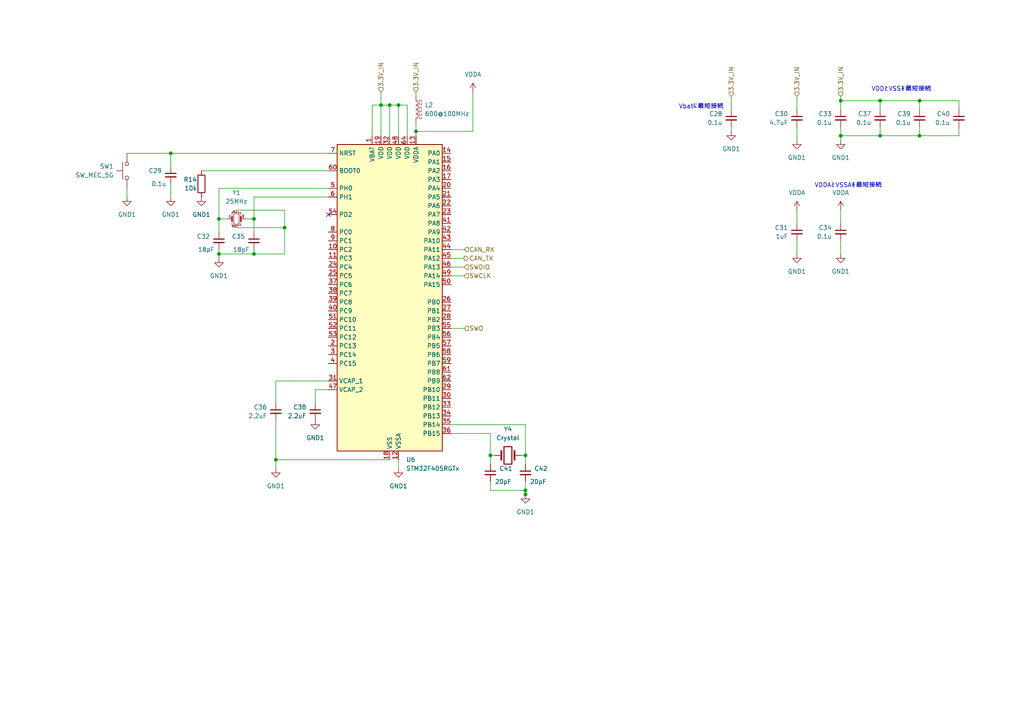
<source format=kicad_sch>
(kicad_sch (version 20230121) (generator eeschema)
  (paper "A4")
  (lib_symbols
    (symbol "Device:C_Small" (pin_numbers hide) (pin_names (offset 0.254) hide)
      (property "Reference" "C" (at 0.254 1.778 0))
      (property "Value" "C_Small" (at 0.254 -2.032 0))
      (symbol "C_Small_0_1"
        (polyline (pts (xy -1.524 -0.508) (xy 1.524 -0.508)) (stroke (width 0.3302)))
        (polyline (pts (xy -1.524 0.508) (xy 1.524 0.508)) (stroke (width 0.3048)))
      )
      (symbol "C_Small_1_1"
        (pin passive line (at 0 2.54 270) (length 2.032) (name "~") (number "1"))
        (pin passive line (at 0 -2.54 90) (length 2.032) (name "~") (number "2"))
      )
    )
    (symbol "Device:Crystal" (pin_numbers hide) (pin_names (offset 1.016) hide)
      (property "Reference" "Y" (at 0 3.81 0))
      (property "Value" "Crystal" (at 0 -3.81 0))
      (symbol "Crystal_0_1"
        (rectangle (start -1.143 2.54) (end 1.143 -2.54) (stroke (width 0.3048)))
        (polyline (pts (xy -2.54 0) (xy -1.905 0)))
        (polyline (pts (xy -1.905 -1.27) (xy -1.905 1.27)) (stroke (width 0.508)))
        (polyline (pts (xy 1.905 -1.27) (xy 1.905 1.27)) (stroke (width 0.508)))
        (polyline (pts (xy 2.54 0) (xy 1.905 0)))
      )
      (symbol "Crystal_1_1"
        (pin passive line (at -3.81 0 0) (length 1.27) (name "1") (number "1"))
        (pin passive line (at 3.81 0 180) (length 1.27) (name "2") (number "2"))
      )
    )
    (symbol "Device:Crystal_GND24_Small" (pin_names (offset 1.016) hide)
      (property "Reference" "Y" (at 1.27 4.445 0))
      (property "Value" "Crystal_GND24_Small" (at 1.27 2.54 0))
      (symbol "Crystal_GND24_Small_0_1"
        (rectangle (start -0.762 -1.524) (end 0.762 1.524))
        (polyline (pts (xy -1.27 -0.762) (xy -1.27 0.762)) (stroke (width 0.381)))
        (polyline (pts (xy 1.27 -0.762) (xy 1.27 0.762)) (stroke (width 0.381)))
        (polyline (pts (xy -1.27 -1.27) (xy -1.27 -1.905) (xy 1.27 -1.905) (xy 1.27 -1.27)))
        (polyline (pts (xy -1.27 1.27) (xy -1.27 1.905) (xy 1.27 1.905) (xy 1.27 1.27)))
      )
      (symbol "Crystal_GND24_Small_1_1"
        (pin passive line (at -2.54 0 0) (length 1.27) (name "1") (number "1"))
        (pin passive line (at 0 -2.54 90) (length 0.635) (name "2") (number "2"))
        (pin passive line (at 2.54 0 180) (length 1.27) (name "3") (number "3"))
        (pin passive line (at 0 2.54 270) (length 0.635) (name "4") (number "4"))
      )
    )
    (symbol "Device:L_Ferrite" (pin_numbers hide) (pin_names (offset 1.016) hide)
      (property "Reference" "L" (at -1.27 0 90))
      (property "Value" "L_Ferrite" (at 2.794 0 90))
      (symbol "L_Ferrite_0_1"
        (arc (start 0 -2.54) (mid 0.6323 -1.905) (end 0 -1.27))
        (arc (start 0 -1.27) (mid 0.6323 -0.635) (end 0 0))
        (polyline (pts (xy 1.016 -2.794) (xy 1.016 -2.286)))
        (polyline (pts (xy 1.016 -1.778) (xy 1.016 -1.27)))
        (polyline (pts (xy 1.016 -0.762) (xy 1.016 -0.254)))
        (polyline (pts (xy 1.016 0.254) (xy 1.016 0.762)))
        (polyline (pts (xy 1.016 1.27) (xy 1.016 1.778)))
        (polyline (pts (xy 1.016 2.286) (xy 1.016 2.794)))
        (polyline (pts (xy 1.524 -2.286) (xy 1.524 -2.794)))
        (polyline (pts (xy 1.524 -1.27) (xy 1.524 -1.778)))
        (polyline (pts (xy 1.524 -0.254) (xy 1.524 -0.762)))
        (polyline (pts (xy 1.524 0.762) (xy 1.524 0.254)))
        (polyline (pts (xy 1.524 1.778) (xy 1.524 1.27)))
        (polyline (pts (xy 1.524 2.794) (xy 1.524 2.286)))
        (arc (start 0 0) (mid 0.6323 0.635) (end 0 1.27))
        (arc (start 0 1.27) (mid 0.6323 1.905) (end 0 2.54))
      )
      (symbol "L_Ferrite_1_1"
        (pin passive line (at 0 3.81 270) (length 1.27) (name "1") (number "1"))
        (pin passive line (at 0 -3.81 90) (length 1.27) (name "2") (number "2"))
      )
    )
    (symbol "Device:R" (pin_numbers hide) (pin_names (offset 0))
      (property "Reference" "R" (at 2.032 0 90))
      (property "Value" "R" (at 0 0 90))
      (symbol "R_0_1"
        (rectangle (start -1.016 -2.54) (end 1.016 2.54) (stroke (width 0.254)))
      )
      (symbol "R_1_1"
        (pin passive line (at 0 3.81 270) (length 1.27) (name "~") (number "1"))
        (pin passive line (at 0 -3.81 90) (length 1.27) (name "~") (number "2"))
      )
    )
    (symbol "MCU_ST_STM32F4:STM32F405RGTx"
      (property "Reference" "U" (at -15.24 46.99 0))
      (property "Value" "STM32F405RGTx" (at 10.16 46.99 0))
      (symbol "STM32F405RGTx_0_1"
        (rectangle (start -15.24 -43.18) (end 15.24 45.72) (stroke (width 0.254)) (fill (type background)))
      )
      (symbol "STM32F405RGTx_1_1"
        (pin power_in line (at -5.08 48.26 270) (length 2.54) (name "VBAT") (number "1"))
        (pin bidirectional line (at -17.78 15.24 0) (length 2.54) (name "PC2") (number "10"))
        (pin bidirectional line (at -17.78 12.7 0) (length 2.54) (name "PC3") (number "11"))
        (pin power_in line (at 2.54 -45.72 90) (length 2.54) (name "VSSA") (number "12"))
        (pin power_in line (at 7.62 48.26 270) (length 2.54) (name "VDDA") (number "13"))
        (pin bidirectional line (at 17.78 43.18 180) (length 2.54) (name "PA0") (number "14"))
        (pin bidirectional line (at 17.78 40.64 180) (length 2.54) (name "PA1") (number "15"))
        (pin bidirectional line (at 17.78 38.1 180) (length 2.54) (name "PA2") (number "16"))
        (pin bidirectional line (at 17.78 35.56 180) (length 2.54) (name "PA3") (number "17"))
        (pin power_in line (at 0 -45.72 90) (length 2.54) (name "VSS") (number "18"))
        (pin power_in line (at -2.54 48.26 270) (length 2.54) (name "VDD") (number "19"))
        (pin bidirectional line (at -17.78 -12.7 0) (length 2.54) (name "PC13") (number "2"))
        (pin bidirectional line (at 17.78 33.02 180) (length 2.54) (name "PA4") (number "20"))
        (pin bidirectional line (at 17.78 30.48 180) (length 2.54) (name "PA5") (number "21"))
        (pin bidirectional line (at 17.78 27.94 180) (length 2.54) (name "PA6") (number "22"))
        (pin bidirectional line (at 17.78 25.4 180) (length 2.54) (name "PA7") (number "23"))
        (pin bidirectional line (at -17.78 10.16 0) (length 2.54) (name "PC4") (number "24"))
        (pin bidirectional line (at -17.78 7.62 0) (length 2.54) (name "PC5") (number "25"))
        (pin bidirectional line (at 17.78 0 180) (length 2.54) (name "PB0") (number "26"))
        (pin bidirectional line (at 17.78 -2.54 180) (length 2.54) (name "PB1") (number "27"))
        (pin bidirectional line (at 17.78 -5.08 180) (length 2.54) (name "PB2") (number "28"))
        (pin bidirectional line (at 17.78 -25.4 180) (length 2.54) (name "PB10") (number "29"))
        (pin bidirectional line (at -17.78 -15.24 0) (length 2.54) (name "PC14") (number "3"))
        (pin bidirectional line (at 17.78 -27.94 180) (length 2.54) (name "PB11") (number "30"))
        (pin power_out line (at -17.78 -22.86 0) (length 2.54) (name "VCAP_1") (number "31"))
        (pin power_in line (at 0 48.26 270) (length 2.54) (name "VDD") (number "32"))
        (pin bidirectional line (at 17.78 -30.48 180) (length 2.54) (name "PB12") (number "33"))
        (pin bidirectional line (at 17.78 -33.02 180) (length 2.54) (name "PB13") (number "34"))
        (pin bidirectional line (at 17.78 -35.56 180) (length 2.54) (name "PB14") (number "35"))
        (pin bidirectional line (at 17.78 -38.1 180) (length 2.54) (name "PB15") (number "36"))
        (pin bidirectional line (at -17.78 5.08 0) (length 2.54) (name "PC6") (number "37"))
        (pin bidirectional line (at -17.78 2.54 0) (length 2.54) (name "PC7") (number "38"))
        (pin bidirectional line (at -17.78 0 0) (length 2.54) (name "PC8") (number "39"))
        (pin bidirectional line (at -17.78 -17.78 0) (length 2.54) (name "PC15") (number "4"))
        (pin bidirectional line (at -17.78 -2.54 0) (length 2.54) (name "PC9") (number "40"))
        (pin bidirectional line (at 17.78 22.86 180) (length 2.54) (name "PA8") (number "41"))
        (pin bidirectional line (at 17.78 20.32 180) (length 2.54) (name "PA9") (number "42"))
        (pin bidirectional line (at 17.78 17.78 180) (length 2.54) (name "PA10") (number "43"))
        (pin bidirectional line (at 17.78 15.24 180) (length 2.54) (name "PA11") (number "44"))
        (pin bidirectional line (at 17.78 12.7 180) (length 2.54) (name "PA12") (number "45"))
        (pin bidirectional line (at 17.78 10.16 180) (length 2.54) (name "PA13") (number "46"))
        (pin power_out line (at -17.78 -25.4 0) (length 2.54) (name "VCAP_2") (number "47"))
        (pin power_in line (at 2.54 48.26 270) (length 2.54) (name "VDD") (number "48"))
        (pin bidirectional line (at 17.78 7.62 180) (length 2.54) (name "PA14") (number "49"))
        (pin bidirectional line (at -17.78 33.02 0) (length 2.54) (name "PH0") (number "5"))
        (pin bidirectional line (at 17.78 5.08 180) (length 2.54) (name "PA15") (number "50"))
        (pin bidirectional line (at -17.78 -5.08 0) (length 2.54) (name "PC10") (number "51"))
        (pin bidirectional line (at -17.78 -7.62 0) (length 2.54) (name "PC11") (number "52"))
        (pin bidirectional line (at -17.78 -10.16 0) (length 2.54) (name "PC12") (number "53"))
        (pin bidirectional line (at -17.78 25.4 0) (length 2.54) (name "PD2") (number "54"))
        (pin bidirectional line (at 17.78 -7.62 180) (length 2.54) (name "PB3") (number "55"))
        (pin bidirectional line (at 17.78 -10.16 180) (length 2.54) (name "PB4") (number "56"))
        (pin bidirectional line (at 17.78 -12.7 180) (length 2.54) (name "PB5") (number "57"))
        (pin bidirectional line (at 17.78 -15.24 180) (length 2.54) (name "PB6") (number "58"))
        (pin bidirectional line (at 17.78 -17.78 180) (length 2.54) (name "PB7") (number "59"))
        (pin bidirectional line (at -17.78 30.48 0) (length 2.54) (name "PH1") (number "6"))
        (pin input line (at -17.78 38.1 0) (length 2.54) (name "BOOT0") (number "60"))
        (pin bidirectional line (at 17.78 -20.32 180) (length 2.54) (name "PB8") (number "61"))
        (pin bidirectional line (at 17.78 -22.86 180) (length 2.54) (name "PB9") (number "62"))
        (pin passive line (at 0 -45.72 90) (length 2.54) hide (name "VSS") (number "63"))
        (pin power_in line (at 5.08 48.26 270) (length 2.54) (name "VDD") (number "64"))
        (pin input line (at -17.78 43.18 0) (length 2.54) (name "NRST") (number "7"))
        (pin bidirectional line (at -17.78 20.32 0) (length 2.54) (name "PC0") (number "8"))
        (pin bidirectional line (at -17.78 17.78 0) (length 2.54) (name "PC1") (number "9"))
      )
    )
    (symbol "Switch:SW_MEC_5G" (pin_numbers hide) (pin_names (offset 1.016) hide)
      (property "Reference" "SW" (at 1.27 2.54 0))
      (property "Value" "SW_MEC_5G" (at 0 -1.524 0))
      (symbol "SW_MEC_5G_0_1"
        (circle (center -2.032 0) (radius 0.508))
        (polyline (pts (xy 0 1.27) (xy 0 3.048)))
        (polyline (pts (xy 2.54 1.27) (xy -2.54 1.27)))
        (circle (center 2.032 0) (radius 0.508))
        (pin passive line (at -5.08 0 0) (length 2.54) (name "A") (number "1"))
        (pin passive line (at 5.08 0 180) (length 2.54) (name "B") (number "3"))
      )
      (symbol "SW_MEC_5G_1_1"
        (pin passive line (at -5.08 0 0) (length 2.54) hide (name "A") (number "2"))
        (pin passive line (at 5.08 0 180) (length 2.54) hide (name "B") (number "4"))
      )
    )
    (symbol "power:GND1" (power) (pin_names (offset 0))
      (property "Value" "GND1" (at 0 -3.81 0))
      (symbol "GND1_0_1"
        (polyline (pts (xy 0 0) (xy 0 -1.27) (xy 1.27 -1.27) (xy 0 -2.54) (xy -1.27 -1.27) (xy 0 -1.27)))
      )
      (symbol "GND1_1_1"
        (pin power_in line (at 0 0 270) (length 0) hide (name "GND1") (number "1"))
      )
    )
    (symbol "power:VDDA" (power) (pin_names (offset 0))
      (property "Value" "VDDA" (at 0 3.81 0))
      (symbol "VDDA_0_1"
        (polyline (pts (xy -0.762 1.27) (xy 0 2.54)))
        (polyline (pts (xy 0 0) (xy 0 2.54)))
        (polyline (pts (xy 0 2.54) (xy 0.762 1.27)))
      )
      (symbol "VDDA_1_1"
        (pin power_in line (at 0 0 90) (length 0) hide (name "VDDA") (number "1"))
      )
    )
  )
  (junction (at 82.55 66.04))
  (junction (at 152.4 142.24))
  (junction (at 113.03 30.48))
  (junction (at 73.66 73.66))
  (junction (at 243.84 29.21))
  (junction (at 120.65 38.1))
  (junction (at 255.27 29.21))
  (junction (at 266.7 39.37))
  (junction (at 63.5 63.5))
  (junction (at 255.27 39.37))
  (junction (at 63.5 73.66))
  (junction (at 266.7 29.21))
  (junction (at 142.24 132.08))
  (junction (at 80.01 133.35))
  (junction (at 152.4 132.08))
  (junction (at 49.53 44.45))
  (junction (at 110.49 30.48))
  (junction (at 115.57 30.48))
  (junction (at 243.84 39.37))
  (junction (at 152.4 143.4225))
  (junction (at 73.66 63.5))
  (no_connect (at 95.25 62.23))
  (wire (pts (xy 107.95 39.37) (xy 107.95 30.48)))
  (wire (pts (xy 49.53 48.26) (xy 49.53 44.45)))
  (wire (pts (xy 118.11 30.48) (xy 115.57 30.48)))
  (wire (pts (xy 231.14 60.96) (xy 231.14 64.77)))
  (wire (pts (xy 82.55 66.04) (xy 82.55 73.66)))
  (wire (pts (xy 63.5 63.5) (xy 66.04 63.5)))
  (wire (pts (xy 243.84 60.96) (xy 243.84 64.77)))
  (wire (pts (xy 130.81 72.39) (xy 134.62 72.39)))
  (wire (pts (xy 110.49 30.48) (xy 113.03 30.48)))
  (wire (pts (xy 243.84 69.85) (xy 243.84 73.66)))
  (wire (pts (xy 80.01 110.49) (xy 95.25 110.49)))
  (wire (pts (xy 231.14 27.94) (xy 231.14 31.75)))
  (wire (pts (xy 115.57 30.48) (xy 115.57 39.37)))
  (wire (pts (xy 91.44 113.03) (xy 95.25 113.03)))
  (wire (pts (xy 118.11 30.48) (xy 118.11 39.37)))
  (wire (pts (xy 142.24 139.7) (xy 142.24 142.24)))
  (wire (pts (xy 113.03 30.48) (xy 115.57 30.48)))
  (wire (pts (xy 243.84 36.83) (xy 243.84 39.37)))
  (wire (pts (xy 73.66 63.5) (xy 73.66 67.31)))
  (wire (pts (xy 73.66 57.15) (xy 95.25 57.15)))
  (wire (pts (xy 73.66 57.15) (xy 73.66 63.5)))
  (wire (pts (xy 63.5 54.61) (xy 95.25 54.61)))
  (wire (pts (xy 80.01 133.35) (xy 80.01 121.92)))
  (wire (pts (xy 49.53 44.45) (xy 95.25 44.45)))
  (wire (pts (xy 110.49 26.67) (xy 110.49 30.48)))
  (wire (pts (xy 110.49 30.48) (xy 110.49 39.37)))
  (wire (pts (xy 142.24 125.73) (xy 142.24 132.08)))
  (wire (pts (xy 212.09 36.83) (xy 212.09 38.1)))
  (wire (pts (xy 120.65 35.56) (xy 120.65 38.1)))
  (wire (pts (xy 113.03 30.48) (xy 113.03 39.37)))
  (wire (pts (xy 152.4 143.4225) (xy 152.4 143.51)))
  (wire (pts (xy 130.81 80.01) (xy 134.62 80.01)))
  (wire (pts (xy 243.84 29.21) (xy 255.27 29.21)))
  (wire (pts (xy 80.01 110.49) (xy 80.01 116.84)))
  (wire (pts (xy 266.7 29.21) (xy 266.7 31.75)))
  (wire (pts (xy 130.81 125.73) (xy 142.24 125.73)))
  (wire (pts (xy 243.84 31.75) (xy 243.84 29.21)))
  (wire (pts (xy 152.4 132.08) (xy 151.13 132.08)))
  (wire (pts (xy 120.65 26.67) (xy 120.65 27.94)))
  (wire (pts (xy 36.83 54.61) (xy 36.83 57.15)))
  (wire (pts (xy 137.16 26.67) (xy 137.16 38.1)))
  (wire (pts (xy 80.01 133.35) (xy 113.03 133.35)))
  (wire (pts (xy 49.53 53.34) (xy 49.53 57.15)))
  (wire (pts (xy 243.84 39.37) (xy 243.84 40.64)))
  (wire (pts (xy 63.5 72.39) (xy 63.5 73.66)))
  (wire (pts (xy 115.57 133.35) (xy 115.57 135.89)))
  (wire (pts (xy 80.01 133.35) (xy 80.01 135.89)))
  (wire (pts (xy 107.95 30.48) (xy 110.49 30.48)))
  (wire (pts (xy 255.27 29.21) (xy 266.7 29.21)))
  (wire (pts (xy 255.27 39.37) (xy 266.7 39.37)))
  (wire (pts (xy 142.24 132.08) (xy 142.24 134.62)))
  (wire (pts (xy 255.27 36.83) (xy 255.27 39.37)))
  (wire (pts (xy 137.16 38.1) (xy 120.65 38.1)))
  (wire (pts (xy 231.14 73.66) (xy 231.14 69.85)))
  (wire (pts (xy 152.4 132.08) (xy 152.4 134.62)))
  (wire (pts (xy 212.09 27.94) (xy 212.09 31.75)))
  (wire (pts (xy 152.4 142.24) (xy 152.4 143.4225)))
  (wire (pts (xy 266.7 36.83) (xy 266.7 39.37)))
  (wire (pts (xy 68.58 66.04) (xy 82.55 66.04)))
  (wire (pts (xy 266.7 39.37) (xy 278.13 39.37)))
  (wire (pts (xy 91.44 113.03) (xy 91.44 116.84)))
  (wire (pts (xy 120.65 38.1) (xy 120.65 39.37)))
  (wire (pts (xy 278.13 39.37) (xy 278.13 36.83)))
  (wire (pts (xy 243.84 39.37) (xy 255.27 39.37)))
  (wire (pts (xy 278.13 29.21) (xy 278.13 31.75)))
  (wire (pts (xy 82.55 60.96) (xy 82.55 66.04)))
  (wire (pts (xy 73.66 72.39) (xy 73.66 73.66)))
  (wire (pts (xy 152.4 139.7) (xy 152.4 142.24)))
  (wire (pts (xy 71.12 63.5) (xy 73.66 63.5)))
  (wire (pts (xy 130.81 95.25) (xy 134.62 95.25)))
  (wire (pts (xy 63.5 54.61) (xy 63.5 63.5)))
  (wire (pts (xy 142.24 132.08) (xy 143.51 132.08)))
  (wire (pts (xy 152.4 123.19) (xy 152.4 132.08)))
  (wire (pts (xy 63.5 63.5) (xy 63.5 67.31)))
  (wire (pts (xy 36.83 44.45) (xy 49.53 44.45)))
  (wire (pts (xy 73.66 73.66) (xy 63.5 73.66)))
  (wire (pts (xy 243.84 27.94) (xy 243.84 29.21)))
  (wire (pts (xy 130.81 123.19) (xy 152.4 123.19)))
  (wire (pts (xy 266.7 29.21) (xy 278.13 29.21)))
  (wire (pts (xy 73.66 73.66) (xy 82.55 73.66)))
  (wire (pts (xy 231.14 40.64) (xy 231.14 36.83)))
  (wire (pts (xy 63.5 73.66) (xy 63.5 74.93)))
  (wire (pts (xy 130.81 74.93) (xy 134.62 74.93)))
  (wire (pts (xy 130.81 77.47) (xy 134.62 77.47)))
  (wire (pts (xy 58.42 49.53) (xy 95.25 49.53)))
  (wire (pts (xy 68.58 60.96) (xy 82.55 60.96)))
  (wire (pts (xy 255.27 29.21) (xy 255.27 31.75)))
  (wire (pts (xy 142.24 142.24) (xy 152.4 142.24)))
  (text "VDDAとVSSAを最短接続" (at 236.22 54.61 0) (effects (font (size 1.27 1.27)) (justify left bottom)))
  (text "Vbatに最短接続" (at 196.85 31.75 0) (effects (font (size 1.27 1.27)) (justify left bottom)))
  (text "VDDとVSSを最短接続" (at 252.73 26.67 0) (effects (font (size 1.27 1.27)) (justify left bottom)))
  (hierarchical_label "SWDIO" (shape input) (at 134.62 77.47 0))
  (hierarchical_label "3.3V_IN" (shape input) (at 110.49 26.67 90))
  (hierarchical_label "3.3V_IN" (shape input) (at 243.84 27.94 90))
  (hierarchical_label "3.3V_IN" (shape input) (at 231.14 27.94 90))
  (hierarchical_label "3.3V_IN" (shape input) (at 120.65 26.67 90))
  (hierarchical_label "3.3V_IN" (shape input) (at 212.09 27.94 90))
  (hierarchical_label "SWO" (shape input) (at 134.62 95.25 0))
  (hierarchical_label "SWCLK" (shape input) (at 134.62 80.01 0))
  (hierarchical_label "CAN_RX" (shape input) (at 134.62 72.39 0))
  (hierarchical_label "CAN_TX" (shape output) (at 134.62 74.93 0))
  (symbol (lib_id "power:GND1") (at 231.14 73.66 0) (unit 1)
    (property "Reference" "#PWR037" (effects hide))
    (property "Value" "GND1" (at 231.14 78.74 0))
  )
  (symbol (lib_id "Device:Crystal") (at 147.32 132.08 0) (mirror y) (unit 1)
    (property "Reference" "Y4" (at 147.32 124.46 0))
    (property "Value" "Crystal" (at 147.32 127 0))
    (property "Footprint" "Crystal:Crystal_SMD_3215-2Pin_3.2x1.5mm" (effects hide))
  )
  (symbol (lib_id "power:GND1") (at 91.44 121.92 0) (unit 1)
    (property "Reference" "#PWR01" (effects hide))
    (property "Value" "GND1" (at 91.44 127 0))
  )
  (symbol (lib_id "Device:C_Small") (at 63.5 69.85 0) (unit 1)
    (property "Reference" "C32" (at 60.96 68.5863 0) (effects (justify right)))
    (property "Value" "18pF" (at 62.23 72.39 0) (effects (justify right)))
    (property "Footprint" "Capacitor_SMD:C_0603_1608Metric" (effects hide))
  )
  (symbol (lib_id "Device:C_Small") (at 231.14 34.29 0) (unit 1)
    (property "Reference" "C30" (at 228.6 33.0263 0) (effects (justify right)))
    (property "Value" "4.7uF" (at 228.6 35.56 0) (effects (justify right)))
    (property "Footprint" "Capacitor_SMD:C_0603_1608Metric_Pad1.08x0.95mm_HandSolder" (effects hide))
  )
  (symbol (lib_id "Device:C_Small") (at 49.53 50.8 0) (unit 1)
    (property "Reference" "C29" (at 46.99 49.5363 0) (effects (justify right)))
    (property "Value" "0.1u" (at 48.26 53.34 0) (effects (justify right)))
    (property "Footprint" "Capacitor_SMD:C_0402_1005Metric_Pad0.74x0.62mm_HandSolder" (effects hide))
  )
  (symbol (lib_id "Device:C_Small") (at 243.84 67.31 0) (unit 1)
    (property "Reference" "C34" (at 241.3 66.0463 0) (effects (justify right)))
    (property "Value" "0.1u" (at 241.3 68.58 0) (effects (justify right)))
    (property "Footprint" "Capacitor_SMD:C_0402_1005Metric_Pad0.74x0.62mm_HandSolder" (effects hide))
  )
  (symbol (lib_id "Device:C_Small") (at 255.27 34.29 0) (unit 1)
    (property "Reference" "C37" (at 252.73 33.0263 0) (effects (justify right)))
    (property "Value" "0.1u" (at 252.73 35.56 0) (effects (justify right)))
    (property "Footprint" "Capacitor_SMD:C_0402_1005Metric_Pad0.74x0.62mm_HandSolder" (effects hide))
  )
  (symbol (lib_id "Device:Crystal_GND24_Small") (at 68.58 63.5 0) (unit 1)
    (property "Reference" "Y1" (at 68.58 55.88 0))
    (property "Value" "25MHz" (at 68.58 58.42 0))
    (property "Footprint" "Crystal:Crystal_SMD_3225-4Pin_3.2x2.5mm" (effects hide))
  )
  (symbol (lib_id "power:GND1") (at 115.57 135.89 0) (unit 1)
    (property "Reference" "#PWR047" (effects hide))
    (property "Value" "GND1" (at 115.57 140.97 0))
  )
  (symbol (lib_id "Device:C_Small") (at 80.01 119.38 0) (unit 1)
    (property "Reference" "C36" (at 77.47 118.1163 0) (effects (justify right)))
    (property "Value" "2.2uF" (at 77.47 120.65 0) (effects (justify right)))
    (property "Footprint" "Capacitor_SMD:C_0603_1608Metric_Pad1.08x0.95mm_HandSolder" (effects hide))
  )
  (symbol (lib_id "Device:R") (at 58.42 53.34 0) (unit 1)
    (property "Reference" "R14" (at 57.15 52.07 0) (effects (justify right)))
    (property "Value" "10k" (at 57.15 54.61 0) (effects (justify right)))
    (property "Footprint" "Resistor_SMD:R_0402_1005Metric_Pad0.72x0.64mm_HandSolder" (effects hide))
  )
  (symbol (lib_id "Device:C_Small") (at 142.24 137.16 0) (mirror y) (unit 1)
    (property "Reference" "C41" (at 144.78 135.8963 0) (effects (justify right)))
    (property "Value" "20pF" (at 143.51 139.7 0) (effects (justify right)))
    (property "Footprint" "Capacitor_SMD:C_0603_1608Metric" (effects hide))
  )
  (symbol (lib_id "power:VDDA") (at 231.14 60.96 0) (unit 1)
    (property "Reference" "#PWR036" (effects hide))
    (property "Value" "VDDA" (at 231.14 55.88 0))
  )
  (symbol (lib_id "Device:C_Small") (at 212.09 34.29 0) (unit 1)
    (property "Reference" "C28" (at 209.55 33.0263 0) (effects (justify right)))
    (property "Value" "0.1u" (at 209.55 35.56 0) (effects (justify right)))
    (property "Footprint" "Capacitor_SMD:C_0402_1005Metric_Pad0.74x0.62mm_HandSolder" (effects hide))
  )
  (symbol (lib_id "Device:C_Small") (at 91.44 119.38 0) (unit 1)
    (property "Reference" "C38" (at 88.9 118.1163 0) (effects (justify right)))
    (property "Value" "2.2uF" (at 88.9 120.65 0) (effects (justify right)))
    (property "Footprint" "Capacitor_SMD:C_0603_1608Metric_Pad1.08x0.95mm_HandSolder" (effects hide))
  )
  (symbol (lib_id "MCU_ST_STM32F4:STM32F405RGTx") (at 113.03 87.63 0) (unit 1)
    (property "Reference" "U6" (at 117.7641 133.35 0) (effects (justify left)))
    (property "Value" "STM32F405RGTx" (at 117.7641 135.89 0) (effects (justify left)))
    (property "Footprint" "Package_QFP:LQFP-64_10x10mm_P0.5mm" (effects hide))
    (property "Datasheet" "https://www.st.com/resource/en/datasheet/stm32f405rg.pdf" (effects hide))
  )
  (symbol (lib_id "power:GND1") (at 58.42 57.15 0) (unit 1)
    (property "Reference" "#PWR038" (effects hide))
    (property "Value" "GND1" (at 58.42 62.23 0))
  )
  (symbol (lib_id "Device:C_Small") (at 73.66 69.85 0) (unit 1)
    (property "Reference" "C35" (at 71.12 68.5863 0) (effects (justify right)))
    (property "Value" "18pF" (at 72.39 72.39 0) (effects (justify right)))
    (property "Footprint" "Capacitor_SMD:C_0603_1608Metric" (effects hide))
  )
  (symbol (lib_id "Device:C_Small") (at 152.4 137.16 0) (mirror y) (unit 1)
    (property "Reference" "C42" (at 154.94 135.8963 0) (effects (justify right)))
    (property "Value" "20pF" (at 153.67 139.7 0) (effects (justify right)))
    (property "Footprint" "Capacitor_SMD:C_0603_1608Metric" (effects hide))
  )
  (symbol (lib_id "power:GND1") (at 152.4 143.4225 0) (unit 1)
    (property "Reference" "#PWR050" (effects hide))
    (property "Value" "GND1" (at 152.4 148.5025 0))
  )
  (symbol (lib_id "Device:C_Small") (at 266.7 34.29 0) (unit 1)
    (property "Reference" "C39" (at 264.16 33.0263 0) (effects (justify right)))
    (property "Value" "0.1u" (at 264.16 35.56 0) (effects (justify right)))
    (property "Footprint" "Capacitor_SMD:C_0402_1005Metric_Pad0.74x0.62mm_HandSolder" (effects hide))
  )
  (symbol (lib_id "power:GND1") (at 212.09 38.1 0) (unit 1)
    (property "Reference" "#PWR031" (effects hide))
    (property "Value" "GND1" (at 212.09 43.18 0))
  )
  (symbol (lib_id "power:VDDA") (at 243.84 60.96 0) (unit 1)
    (property "Reference" "#PWR042" (effects hide))
    (property "Value" "VDDA" (at 243.84 55.88 0))
  )
  (symbol (lib_id "power:GND1") (at 243.84 40.64 0) (unit 1)
    (property "Reference" "#PWR041" (effects hide))
    (property "Value" "GND1" (at 243.84 45.72 0))
  )
  (symbol (lib_id "power:GND1") (at 36.83 57.15 0) (unit 1)
    (property "Reference" "#PWR032" (effects hide))
    (property "Value" "GND1" (at 36.83 62.23 0))
  )
  (symbol (lib_id "power:GND1") (at 243.84 73.66 0) (unit 1)
    (property "Reference" "#PWR043" (effects hide))
    (property "Value" "GND1" (at 243.84 78.74 0))
  )
  (symbol (lib_id "power:GND1") (at 49.53 57.15 0) (unit 1)
    (property "Reference" "#PWR033" (effects hide))
    (property "Value" "GND1" (at 49.53 62.23 0))
  )
  (symbol (lib_id "power:VDDA") (at 137.16 26.67 0) (unit 1)
    (property "Reference" "#PWR049" (effects hide))
    (property "Value" "VDDA" (at 137.16 21.59 0))
  )
  (symbol (lib_id "Device:C_Small") (at 278.13 34.29 0) (unit 1)
    (property "Reference" "C40" (at 275.59 33.0263 0) (effects (justify right)))
    (property "Value" "0.1u" (at 275.59 35.56 0) (effects (justify right)))
    (property "Footprint" "Capacitor_SMD:C_0402_1005Metric_Pad0.74x0.62mm_HandSolder" (effects hide))
  )
  (symbol (lib_id "Device:C_Small") (at 231.14 67.31 0) (unit 1)
    (property "Reference" "C31" (at 228.6 66.0463 0) (effects (justify right)))
    (property "Value" "1uF" (at 228.6 68.58 0) (effects (justify right)))
    (property "Footprint" "Capacitor_SMD:C_0603_1608Metric_Pad1.08x0.95mm_HandSolder" (effects hide))
  )
  (symbol (lib_id "Switch:SW_MEC_5G") (at 36.83 49.53 90) (unit 1)
    (property "Reference" "SW1" (at 33.02 48.26 90) (effects (justify left)))
    (property "Value" "SW_MEC_5G" (at 33.02 50.8 90) (effects (justify left)))
    (property "Footprint" "Button_Switch_THT:SW_PUSH_6mm" (effects hide))
    (property "Datasheet" "http://www.apem.com/int/index.php?controller=attachment&id_attachment=488" (effects hide))
  )
  (symbol (lib_id "power:GND1") (at 231.14 40.64 0) (unit 1)
    (property "Reference" "#PWR035" (effects hide))
    (property "Value" "GND1" (at 231.14 45.72 0))
  )
  (symbol (lib_id "Device:L_Ferrite") (at 120.65 31.75 0) (unit 1)
    (property "Reference" "L2" (at 123.19 30.48 0) (effects (justify left)))
    (property "Value" "600@100MHz" (at 123.19 33.02 0) (effects (justify left)))
    (property "Footprint" "Resistor_SMD:R_0805_2012Metric_Pad1.20x1.40mm_HandSolder" (effects hide))
  )
  (symbol (lib_id "Device:C_Small") (at 243.84 34.29 0) (unit 1)
    (property "Reference" "C33" (at 241.3 33.0263 0) (effects (justify right)))
    (property "Value" "0.1u" (at 241.3 35.56 0) (effects (justify right)))
    (property "Footprint" "Capacitor_SMD:C_0402_1005Metric_Pad0.74x0.62mm_HandSolder" (effects hide))
  )
  (symbol (lib_id "power:GND1") (at 63.5 74.93 0) (unit 1)
    (property "Reference" "#PWR039" (effects hide))
    (property "Value" "GND1" (at 63.5 80.01 0))
  )
  (symbol (lib_id "power:GND1") (at 80.01 135.89 0) (unit 1)
    (property "Reference" "#PWR044" (effects hide))
    (property "Value" "GND1" (at 80.01 140.97 0))
  )
)
</source>
